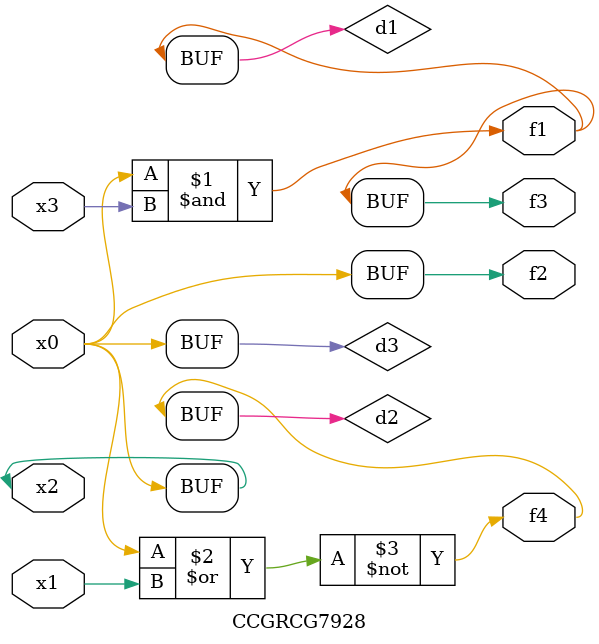
<source format=v>
module CCGRCG7928(
	input x0, x1, x2, x3,
	output f1, f2, f3, f4
);

	wire d1, d2, d3;

	and (d1, x2, x3);
	nor (d2, x0, x1);
	buf (d3, x0, x2);
	assign f1 = d1;
	assign f2 = d3;
	assign f3 = d1;
	assign f4 = d2;
endmodule

</source>
